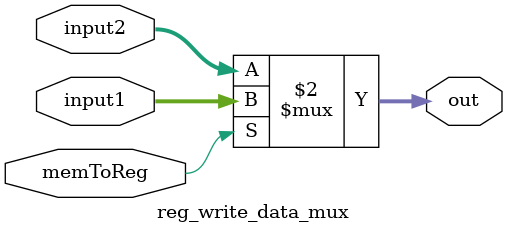
<source format=v>
`timescale 1ns / 1ps


module reg_write_data_mux(
    input memToReg,
    input [31:0] input1,
    input [31:0] input2,
    output reg [31:0] out
    );
    initial out=0;
    
    always @ (memToReg or input1 or input2)
    begin
        out=memToReg ? input1 : input2;
    end
    
endmodule

</source>
